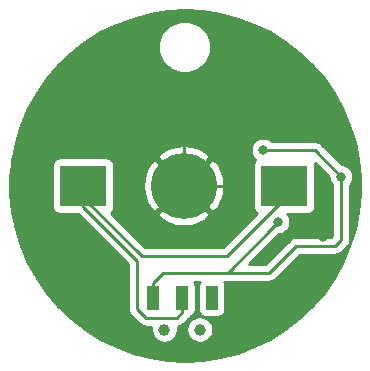
<source format=gbr>
G04 #@! TF.GenerationSoftware,KiCad,Pcbnew,(5.1.5)-3*
G04 #@! TF.CreationDate,2020-05-09T20:06:52-07:00*
G04 #@! TF.ProjectId,Rosie_SMD,526f7369-655f-4534-9d44-2e6b69636164,Version A2*
G04 #@! TF.SameCoordinates,Original*
G04 #@! TF.FileFunction,Copper,L2,Bot*
G04 #@! TF.FilePolarity,Positive*
%FSLAX46Y46*%
G04 Gerber Fmt 4.6, Leading zero omitted, Abs format (unit mm)*
G04 Created by KiCad (PCBNEW (5.1.5)-3) date 2020-05-09 20:06:52*
%MOMM*%
%LPD*%
G04 APERTURE LIST*
%ADD10R,4.000000X3.500001*%
%ADD11C,5.588000*%
%ADD12C,1.000000*%
%ADD13R,1.000000X2.000000*%
%ADD14C,0.800000*%
%ADD15C,0.250000*%
%ADD16C,0.254000*%
G04 APERTURE END LIST*
D10*
X109991201Y-99827201D03*
X127009201Y-99827201D03*
D11*
X118500201Y-99827201D03*
D12*
X116864000Y-112014000D03*
X119864000Y-112014000D03*
D13*
X118364000Y-109314000D03*
X120864000Y-109314000D03*
X115864000Y-109314000D03*
D14*
X122682000Y-90170000D03*
X123788010Y-97790000D03*
X124587000Y-110363000D03*
X126619000Y-110363000D03*
X130302000Y-104140000D03*
X125185405Y-96801275D03*
X126492000Y-102897000D03*
X131826000Y-99060000D03*
D15*
X118500201Y-94351799D02*
X118500201Y-99827201D01*
X122682000Y-90170000D02*
X118500201Y-94351799D01*
X123788010Y-98490704D02*
X123788010Y-97790000D01*
X118500201Y-99827201D02*
X122451513Y-99827201D01*
X122451513Y-99827201D02*
X123788010Y-98490704D01*
X127000000Y-99836402D02*
X127009201Y-99827201D01*
X109991201Y-100847201D02*
X114935000Y-105791000D01*
X109991201Y-99827201D02*
X109991201Y-100847201D01*
X114935000Y-105791000D02*
X122174000Y-105791000D01*
X122174000Y-105791000D02*
X127000000Y-100965000D01*
X127000000Y-100965000D02*
X127000000Y-99836402D01*
X115262499Y-110998000D02*
X117930000Y-110998000D01*
X109982000Y-99836402D02*
X109982000Y-101600000D01*
X114554000Y-106172000D02*
X114554000Y-110289501D01*
X109991201Y-99827201D02*
X109982000Y-99836402D01*
X109982000Y-101600000D02*
X114554000Y-106172000D01*
X118364000Y-110564000D02*
X118364000Y-109314000D01*
X117930000Y-110998000D02*
X118364000Y-110564000D01*
X114554000Y-110289501D02*
X115262499Y-110998000D01*
X115864000Y-108064000D02*
X116740000Y-107188000D01*
X115864000Y-109314000D02*
X115864000Y-108064000D01*
X116740000Y-107188000D02*
X121920000Y-107188000D01*
X126092001Y-103296999D02*
X126492000Y-102897000D01*
X122201000Y-107188000D02*
X126092001Y-103296999D01*
X121920000Y-107188000D02*
X122201000Y-107188000D01*
X128016000Y-104902000D02*
X131318000Y-104902000D01*
X125730000Y-107188000D02*
X128016000Y-104902000D01*
X131318000Y-104902000D02*
X131826000Y-104394000D01*
X125751090Y-96801275D02*
X125185405Y-96801275D01*
X121920000Y-107188000D02*
X125730000Y-107188000D01*
X131826000Y-104394000D02*
X131826000Y-99060000D01*
X129567275Y-96801275D02*
X125751090Y-96801275D01*
X131826000Y-99060000D02*
X129567275Y-96801275D01*
D16*
G36*
X120117677Y-85074468D02*
G01*
X121601966Y-85301853D01*
X123055635Y-85678234D01*
X124463768Y-86199749D01*
X125811916Y-86861047D01*
X127086244Y-87655342D01*
X128273677Y-88574483D01*
X129362029Y-89609039D01*
X130340133Y-90748394D01*
X131197952Y-91980856D01*
X131926684Y-93293779D01*
X132518850Y-94673690D01*
X132968375Y-96106430D01*
X133270646Y-97577297D01*
X133422561Y-99071198D01*
X133422561Y-100572802D01*
X133270646Y-102066703D01*
X132968375Y-103537570D01*
X132518850Y-104970310D01*
X131926684Y-106350221D01*
X131197952Y-107663144D01*
X130340133Y-108895606D01*
X129362029Y-110034961D01*
X128273677Y-111069517D01*
X127086244Y-111988658D01*
X125811916Y-112782953D01*
X124463768Y-113444251D01*
X123055635Y-113965766D01*
X121601966Y-114342147D01*
X120117677Y-114569532D01*
X118618000Y-114645587D01*
X117118323Y-114569532D01*
X115634034Y-114342147D01*
X114180365Y-113965766D01*
X112772232Y-113444251D01*
X111424084Y-112782953D01*
X110149756Y-111988658D01*
X108962323Y-111069517D01*
X107873971Y-110034961D01*
X106895867Y-108895606D01*
X106038048Y-107663144D01*
X105309316Y-106350221D01*
X104717150Y-104970310D01*
X104267625Y-103537570D01*
X103965354Y-102066703D01*
X103813439Y-100572802D01*
X103813439Y-99071198D01*
X103914518Y-98077201D01*
X107353129Y-98077201D01*
X107353129Y-101577201D01*
X107365389Y-101701683D01*
X107401699Y-101821381D01*
X107460664Y-101931695D01*
X107540016Y-102028386D01*
X107636707Y-102107738D01*
X107747021Y-102166703D01*
X107866719Y-102203013D01*
X107991201Y-102215273D01*
X109522472Y-102215273D01*
X113794000Y-106486803D01*
X113794001Y-110252169D01*
X113790324Y-110289501D01*
X113804998Y-110438486D01*
X113848454Y-110581747D01*
X113919026Y-110713777D01*
X113961216Y-110765185D01*
X114014000Y-110829502D01*
X114042998Y-110853300D01*
X114698700Y-111509002D01*
X114722498Y-111538001D01*
X114751496Y-111561799D01*
X114838222Y-111632974D01*
X114931688Y-111682933D01*
X114970252Y-111703546D01*
X115113513Y-111747003D01*
X115225166Y-111758000D01*
X115225176Y-111758000D01*
X115262499Y-111761676D01*
X115299822Y-111758000D01*
X115757685Y-111758000D01*
X115729000Y-111902212D01*
X115729000Y-112125788D01*
X115772617Y-112345067D01*
X115858176Y-112551624D01*
X115982388Y-112737520D01*
X116140480Y-112895612D01*
X116326376Y-113019824D01*
X116532933Y-113105383D01*
X116752212Y-113149000D01*
X116975788Y-113149000D01*
X117195067Y-113105383D01*
X117401624Y-113019824D01*
X117587520Y-112895612D01*
X117745612Y-112737520D01*
X117869824Y-112551624D01*
X117955383Y-112345067D01*
X117999000Y-112125788D01*
X117999000Y-111902212D01*
X117970257Y-111757712D01*
X118078986Y-111747003D01*
X118222247Y-111703546D01*
X118354276Y-111632974D01*
X118470001Y-111538001D01*
X118493804Y-111508997D01*
X118874998Y-111127803D01*
X118904001Y-111104001D01*
X118998974Y-110988276D01*
X119031923Y-110926634D01*
X119108180Y-110903502D01*
X119218494Y-110844537D01*
X119315185Y-110765185D01*
X119394537Y-110668494D01*
X119453502Y-110558180D01*
X119489812Y-110438482D01*
X119502072Y-110314000D01*
X119502072Y-108314000D01*
X119489812Y-108189518D01*
X119453502Y-108069820D01*
X119394537Y-107959506D01*
X119385094Y-107948000D01*
X119842906Y-107948000D01*
X119833463Y-107959506D01*
X119774498Y-108069820D01*
X119738188Y-108189518D01*
X119725928Y-108314000D01*
X119725928Y-110314000D01*
X119738188Y-110438482D01*
X119774498Y-110558180D01*
X119833463Y-110668494D01*
X119912815Y-110765185D01*
X120009506Y-110844537D01*
X120119820Y-110903502D01*
X120159534Y-110915549D01*
X119975788Y-110879000D01*
X119752212Y-110879000D01*
X119532933Y-110922617D01*
X119326376Y-111008176D01*
X119140480Y-111132388D01*
X118982388Y-111290480D01*
X118858176Y-111476376D01*
X118772617Y-111682933D01*
X118729000Y-111902212D01*
X118729000Y-112125788D01*
X118772617Y-112345067D01*
X118858176Y-112551624D01*
X118982388Y-112737520D01*
X119140480Y-112895612D01*
X119326376Y-113019824D01*
X119532933Y-113105383D01*
X119752212Y-113149000D01*
X119975788Y-113149000D01*
X120195067Y-113105383D01*
X120401624Y-113019824D01*
X120587520Y-112895612D01*
X120745612Y-112737520D01*
X120869824Y-112551624D01*
X120955383Y-112345067D01*
X120999000Y-112125788D01*
X120999000Y-111902212D01*
X120955383Y-111682933D01*
X120869824Y-111476376D01*
X120745612Y-111290480D01*
X120587520Y-111132388D01*
X120401624Y-111008176D01*
X120228539Y-110936481D01*
X120239518Y-110939812D01*
X120364000Y-110952072D01*
X121364000Y-110952072D01*
X121488482Y-110939812D01*
X121608180Y-110903502D01*
X121718494Y-110844537D01*
X121815185Y-110765185D01*
X121894537Y-110668494D01*
X121953502Y-110558180D01*
X121989812Y-110438482D01*
X122002072Y-110314000D01*
X122002072Y-108314000D01*
X121989812Y-108189518D01*
X121953502Y-108069820D01*
X121894537Y-107959506D01*
X121885094Y-107948000D01*
X122163678Y-107948000D01*
X122201000Y-107951676D01*
X122238322Y-107948000D01*
X125692678Y-107948000D01*
X125730000Y-107951676D01*
X125767322Y-107948000D01*
X125767333Y-107948000D01*
X125878986Y-107937003D01*
X126022247Y-107893546D01*
X126154276Y-107822974D01*
X126270001Y-107728001D01*
X126293804Y-107698997D01*
X128330802Y-105662000D01*
X131280678Y-105662000D01*
X131318000Y-105665676D01*
X131355322Y-105662000D01*
X131355333Y-105662000D01*
X131466986Y-105651003D01*
X131610247Y-105607546D01*
X131742276Y-105536974D01*
X131858001Y-105442001D01*
X131881803Y-105412998D01*
X132337003Y-104957798D01*
X132366001Y-104934001D01*
X132460974Y-104818276D01*
X132531546Y-104686247D01*
X132575003Y-104542986D01*
X132586000Y-104431333D01*
X132586000Y-104431324D01*
X132589676Y-104394001D01*
X132586000Y-104356678D01*
X132586000Y-99763711D01*
X132629937Y-99719774D01*
X132743205Y-99550256D01*
X132821226Y-99361898D01*
X132861000Y-99161939D01*
X132861000Y-98958061D01*
X132821226Y-98758102D01*
X132743205Y-98569744D01*
X132629937Y-98400226D01*
X132485774Y-98256063D01*
X132316256Y-98142795D01*
X132127898Y-98064774D01*
X131927939Y-98025000D01*
X131865802Y-98025000D01*
X130131079Y-96290278D01*
X130107276Y-96261274D01*
X129991551Y-96166301D01*
X129859522Y-96095729D01*
X129716261Y-96052272D01*
X129604608Y-96041275D01*
X129604597Y-96041275D01*
X129567275Y-96037599D01*
X129529953Y-96041275D01*
X125889116Y-96041275D01*
X125845179Y-95997338D01*
X125675661Y-95884070D01*
X125487303Y-95806049D01*
X125287344Y-95766275D01*
X125083466Y-95766275D01*
X124883507Y-95806049D01*
X124695149Y-95884070D01*
X124525631Y-95997338D01*
X124381468Y-96141501D01*
X124268200Y-96311019D01*
X124190179Y-96499377D01*
X124150405Y-96699336D01*
X124150405Y-96903214D01*
X124190179Y-97103173D01*
X124268200Y-97291531D01*
X124381468Y-97461049D01*
X124525631Y-97605212D01*
X124557573Y-97626555D01*
X124478664Y-97722707D01*
X124419699Y-97833021D01*
X124383389Y-97952719D01*
X124371129Y-98077201D01*
X124371129Y-101577201D01*
X124383389Y-101701683D01*
X124419699Y-101821381D01*
X124478664Y-101931695D01*
X124558016Y-102028386D01*
X124654707Y-102107738D01*
X124737960Y-102152238D01*
X121859199Y-105031000D01*
X115249802Y-105031000D01*
X112458218Y-102239416D01*
X116267591Y-102239416D01*
X116579054Y-102687497D01*
X117173985Y-103007335D01*
X117819882Y-103204962D01*
X118491922Y-103272782D01*
X119164281Y-103208192D01*
X119811120Y-103013671D01*
X120407580Y-102696696D01*
X120421348Y-102687497D01*
X120732811Y-102239416D01*
X118500201Y-100006806D01*
X116267591Y-102239416D01*
X112458218Y-102239416D01*
X112333212Y-102114410D01*
X112345695Y-102107738D01*
X112442386Y-102028386D01*
X112521738Y-101931695D01*
X112580703Y-101821381D01*
X112617013Y-101701683D01*
X112629273Y-101577201D01*
X112629273Y-99818922D01*
X115054620Y-99818922D01*
X115119210Y-100491281D01*
X115313731Y-101138120D01*
X115630706Y-101734580D01*
X115639905Y-101748348D01*
X116087986Y-102059811D01*
X118320596Y-99827201D01*
X118679806Y-99827201D01*
X120912416Y-102059811D01*
X121360497Y-101748348D01*
X121680335Y-101153417D01*
X121877962Y-100507520D01*
X121945782Y-99835480D01*
X121881192Y-99163121D01*
X121686671Y-98516282D01*
X121369696Y-97919822D01*
X121360497Y-97906054D01*
X120912416Y-97594591D01*
X118679806Y-99827201D01*
X118320596Y-99827201D01*
X116087986Y-97594591D01*
X115639905Y-97906054D01*
X115320067Y-98500985D01*
X115122440Y-99146882D01*
X115054620Y-99818922D01*
X112629273Y-99818922D01*
X112629273Y-98077201D01*
X112617013Y-97952719D01*
X112580703Y-97833021D01*
X112521738Y-97722707D01*
X112442386Y-97626016D01*
X112345695Y-97546664D01*
X112235381Y-97487699D01*
X112115683Y-97451389D01*
X111991201Y-97439129D01*
X107991201Y-97439129D01*
X107866719Y-97451389D01*
X107747021Y-97487699D01*
X107636707Y-97546664D01*
X107540016Y-97626016D01*
X107460664Y-97722707D01*
X107401699Y-97833021D01*
X107365389Y-97952719D01*
X107353129Y-98077201D01*
X103914518Y-98077201D01*
X103965354Y-97577297D01*
X103998709Y-97414986D01*
X116267591Y-97414986D01*
X118500201Y-99647596D01*
X120732811Y-97414986D01*
X120421348Y-96966905D01*
X119826417Y-96647067D01*
X119180520Y-96449440D01*
X118508480Y-96381620D01*
X117836121Y-96446210D01*
X117189282Y-96640731D01*
X116592822Y-96957706D01*
X116579054Y-96966905D01*
X116267591Y-97414986D01*
X103998709Y-97414986D01*
X104267625Y-96106430D01*
X104717150Y-94673690D01*
X105309316Y-93293779D01*
X106038048Y-91980856D01*
X106895867Y-90748394D01*
X107873971Y-89609039D01*
X108962323Y-88574483D01*
X109876223Y-87867072D01*
X116332200Y-87867072D01*
X116332200Y-88307328D01*
X116418090Y-88739125D01*
X116586569Y-89145869D01*
X116831162Y-89511929D01*
X117142471Y-89823238D01*
X117508531Y-90067831D01*
X117915275Y-90236310D01*
X118347072Y-90322200D01*
X118787328Y-90322200D01*
X119219125Y-90236310D01*
X119625869Y-90067831D01*
X119991929Y-89823238D01*
X120303238Y-89511929D01*
X120547831Y-89145869D01*
X120716310Y-88739125D01*
X120802200Y-88307328D01*
X120802200Y-87867072D01*
X120716310Y-87435275D01*
X120547831Y-87028531D01*
X120303238Y-86662471D01*
X119991929Y-86351162D01*
X119625869Y-86106569D01*
X119219125Y-85938090D01*
X118787328Y-85852200D01*
X118347072Y-85852200D01*
X117915275Y-85938090D01*
X117508531Y-86106569D01*
X117142471Y-86351162D01*
X116831162Y-86662471D01*
X116586569Y-87028531D01*
X116418090Y-87435275D01*
X116332200Y-87867072D01*
X109876223Y-87867072D01*
X110149756Y-87655342D01*
X111424084Y-86861047D01*
X112772232Y-86199749D01*
X114180365Y-85678234D01*
X115634034Y-85301853D01*
X117118323Y-85074468D01*
X118618000Y-84998413D01*
X120117677Y-85074468D01*
G37*
X120117677Y-85074468D02*
X121601966Y-85301853D01*
X123055635Y-85678234D01*
X124463768Y-86199749D01*
X125811916Y-86861047D01*
X127086244Y-87655342D01*
X128273677Y-88574483D01*
X129362029Y-89609039D01*
X130340133Y-90748394D01*
X131197952Y-91980856D01*
X131926684Y-93293779D01*
X132518850Y-94673690D01*
X132968375Y-96106430D01*
X133270646Y-97577297D01*
X133422561Y-99071198D01*
X133422561Y-100572802D01*
X133270646Y-102066703D01*
X132968375Y-103537570D01*
X132518850Y-104970310D01*
X131926684Y-106350221D01*
X131197952Y-107663144D01*
X130340133Y-108895606D01*
X129362029Y-110034961D01*
X128273677Y-111069517D01*
X127086244Y-111988658D01*
X125811916Y-112782953D01*
X124463768Y-113444251D01*
X123055635Y-113965766D01*
X121601966Y-114342147D01*
X120117677Y-114569532D01*
X118618000Y-114645587D01*
X117118323Y-114569532D01*
X115634034Y-114342147D01*
X114180365Y-113965766D01*
X112772232Y-113444251D01*
X111424084Y-112782953D01*
X110149756Y-111988658D01*
X108962323Y-111069517D01*
X107873971Y-110034961D01*
X106895867Y-108895606D01*
X106038048Y-107663144D01*
X105309316Y-106350221D01*
X104717150Y-104970310D01*
X104267625Y-103537570D01*
X103965354Y-102066703D01*
X103813439Y-100572802D01*
X103813439Y-99071198D01*
X103914518Y-98077201D01*
X107353129Y-98077201D01*
X107353129Y-101577201D01*
X107365389Y-101701683D01*
X107401699Y-101821381D01*
X107460664Y-101931695D01*
X107540016Y-102028386D01*
X107636707Y-102107738D01*
X107747021Y-102166703D01*
X107866719Y-102203013D01*
X107991201Y-102215273D01*
X109522472Y-102215273D01*
X113794000Y-106486803D01*
X113794001Y-110252169D01*
X113790324Y-110289501D01*
X113804998Y-110438486D01*
X113848454Y-110581747D01*
X113919026Y-110713777D01*
X113961216Y-110765185D01*
X114014000Y-110829502D01*
X114042998Y-110853300D01*
X114698700Y-111509002D01*
X114722498Y-111538001D01*
X114751496Y-111561799D01*
X114838222Y-111632974D01*
X114931688Y-111682933D01*
X114970252Y-111703546D01*
X115113513Y-111747003D01*
X115225166Y-111758000D01*
X115225176Y-111758000D01*
X115262499Y-111761676D01*
X115299822Y-111758000D01*
X115757685Y-111758000D01*
X115729000Y-111902212D01*
X115729000Y-112125788D01*
X115772617Y-112345067D01*
X115858176Y-112551624D01*
X115982388Y-112737520D01*
X116140480Y-112895612D01*
X116326376Y-113019824D01*
X116532933Y-113105383D01*
X116752212Y-113149000D01*
X116975788Y-113149000D01*
X117195067Y-113105383D01*
X117401624Y-113019824D01*
X117587520Y-112895612D01*
X117745612Y-112737520D01*
X117869824Y-112551624D01*
X117955383Y-112345067D01*
X117999000Y-112125788D01*
X117999000Y-111902212D01*
X117970257Y-111757712D01*
X118078986Y-111747003D01*
X118222247Y-111703546D01*
X118354276Y-111632974D01*
X118470001Y-111538001D01*
X118493804Y-111508997D01*
X118874998Y-111127803D01*
X118904001Y-111104001D01*
X118998974Y-110988276D01*
X119031923Y-110926634D01*
X119108180Y-110903502D01*
X119218494Y-110844537D01*
X119315185Y-110765185D01*
X119394537Y-110668494D01*
X119453502Y-110558180D01*
X119489812Y-110438482D01*
X119502072Y-110314000D01*
X119502072Y-108314000D01*
X119489812Y-108189518D01*
X119453502Y-108069820D01*
X119394537Y-107959506D01*
X119385094Y-107948000D01*
X119842906Y-107948000D01*
X119833463Y-107959506D01*
X119774498Y-108069820D01*
X119738188Y-108189518D01*
X119725928Y-108314000D01*
X119725928Y-110314000D01*
X119738188Y-110438482D01*
X119774498Y-110558180D01*
X119833463Y-110668494D01*
X119912815Y-110765185D01*
X120009506Y-110844537D01*
X120119820Y-110903502D01*
X120159534Y-110915549D01*
X119975788Y-110879000D01*
X119752212Y-110879000D01*
X119532933Y-110922617D01*
X119326376Y-111008176D01*
X119140480Y-111132388D01*
X118982388Y-111290480D01*
X118858176Y-111476376D01*
X118772617Y-111682933D01*
X118729000Y-111902212D01*
X118729000Y-112125788D01*
X118772617Y-112345067D01*
X118858176Y-112551624D01*
X118982388Y-112737520D01*
X119140480Y-112895612D01*
X119326376Y-113019824D01*
X119532933Y-113105383D01*
X119752212Y-113149000D01*
X119975788Y-113149000D01*
X120195067Y-113105383D01*
X120401624Y-113019824D01*
X120587520Y-112895612D01*
X120745612Y-112737520D01*
X120869824Y-112551624D01*
X120955383Y-112345067D01*
X120999000Y-112125788D01*
X120999000Y-111902212D01*
X120955383Y-111682933D01*
X120869824Y-111476376D01*
X120745612Y-111290480D01*
X120587520Y-111132388D01*
X120401624Y-111008176D01*
X120228539Y-110936481D01*
X120239518Y-110939812D01*
X120364000Y-110952072D01*
X121364000Y-110952072D01*
X121488482Y-110939812D01*
X121608180Y-110903502D01*
X121718494Y-110844537D01*
X121815185Y-110765185D01*
X121894537Y-110668494D01*
X121953502Y-110558180D01*
X121989812Y-110438482D01*
X122002072Y-110314000D01*
X122002072Y-108314000D01*
X121989812Y-108189518D01*
X121953502Y-108069820D01*
X121894537Y-107959506D01*
X121885094Y-107948000D01*
X122163678Y-107948000D01*
X122201000Y-107951676D01*
X122238322Y-107948000D01*
X125692678Y-107948000D01*
X125730000Y-107951676D01*
X125767322Y-107948000D01*
X125767333Y-107948000D01*
X125878986Y-107937003D01*
X126022247Y-107893546D01*
X126154276Y-107822974D01*
X126270001Y-107728001D01*
X126293804Y-107698997D01*
X128330802Y-105662000D01*
X131280678Y-105662000D01*
X131318000Y-105665676D01*
X131355322Y-105662000D01*
X131355333Y-105662000D01*
X131466986Y-105651003D01*
X131610247Y-105607546D01*
X131742276Y-105536974D01*
X131858001Y-105442001D01*
X131881803Y-105412998D01*
X132337003Y-104957798D01*
X132366001Y-104934001D01*
X132460974Y-104818276D01*
X132531546Y-104686247D01*
X132575003Y-104542986D01*
X132586000Y-104431333D01*
X132586000Y-104431324D01*
X132589676Y-104394001D01*
X132586000Y-104356678D01*
X132586000Y-99763711D01*
X132629937Y-99719774D01*
X132743205Y-99550256D01*
X132821226Y-99361898D01*
X132861000Y-99161939D01*
X132861000Y-98958061D01*
X132821226Y-98758102D01*
X132743205Y-98569744D01*
X132629937Y-98400226D01*
X132485774Y-98256063D01*
X132316256Y-98142795D01*
X132127898Y-98064774D01*
X131927939Y-98025000D01*
X131865802Y-98025000D01*
X130131079Y-96290278D01*
X130107276Y-96261274D01*
X129991551Y-96166301D01*
X129859522Y-96095729D01*
X129716261Y-96052272D01*
X129604608Y-96041275D01*
X129604597Y-96041275D01*
X129567275Y-96037599D01*
X129529953Y-96041275D01*
X125889116Y-96041275D01*
X125845179Y-95997338D01*
X125675661Y-95884070D01*
X125487303Y-95806049D01*
X125287344Y-95766275D01*
X125083466Y-95766275D01*
X124883507Y-95806049D01*
X124695149Y-95884070D01*
X124525631Y-95997338D01*
X124381468Y-96141501D01*
X124268200Y-96311019D01*
X124190179Y-96499377D01*
X124150405Y-96699336D01*
X124150405Y-96903214D01*
X124190179Y-97103173D01*
X124268200Y-97291531D01*
X124381468Y-97461049D01*
X124525631Y-97605212D01*
X124557573Y-97626555D01*
X124478664Y-97722707D01*
X124419699Y-97833021D01*
X124383389Y-97952719D01*
X124371129Y-98077201D01*
X124371129Y-101577201D01*
X124383389Y-101701683D01*
X124419699Y-101821381D01*
X124478664Y-101931695D01*
X124558016Y-102028386D01*
X124654707Y-102107738D01*
X124737960Y-102152238D01*
X121859199Y-105031000D01*
X115249802Y-105031000D01*
X112458218Y-102239416D01*
X116267591Y-102239416D01*
X116579054Y-102687497D01*
X117173985Y-103007335D01*
X117819882Y-103204962D01*
X118491922Y-103272782D01*
X119164281Y-103208192D01*
X119811120Y-103013671D01*
X120407580Y-102696696D01*
X120421348Y-102687497D01*
X120732811Y-102239416D01*
X118500201Y-100006806D01*
X116267591Y-102239416D01*
X112458218Y-102239416D01*
X112333212Y-102114410D01*
X112345695Y-102107738D01*
X112442386Y-102028386D01*
X112521738Y-101931695D01*
X112580703Y-101821381D01*
X112617013Y-101701683D01*
X112629273Y-101577201D01*
X112629273Y-99818922D01*
X115054620Y-99818922D01*
X115119210Y-100491281D01*
X115313731Y-101138120D01*
X115630706Y-101734580D01*
X115639905Y-101748348D01*
X116087986Y-102059811D01*
X118320596Y-99827201D01*
X118679806Y-99827201D01*
X120912416Y-102059811D01*
X121360497Y-101748348D01*
X121680335Y-101153417D01*
X121877962Y-100507520D01*
X121945782Y-99835480D01*
X121881192Y-99163121D01*
X121686671Y-98516282D01*
X121369696Y-97919822D01*
X121360497Y-97906054D01*
X120912416Y-97594591D01*
X118679806Y-99827201D01*
X118320596Y-99827201D01*
X116087986Y-97594591D01*
X115639905Y-97906054D01*
X115320067Y-98500985D01*
X115122440Y-99146882D01*
X115054620Y-99818922D01*
X112629273Y-99818922D01*
X112629273Y-98077201D01*
X112617013Y-97952719D01*
X112580703Y-97833021D01*
X112521738Y-97722707D01*
X112442386Y-97626016D01*
X112345695Y-97546664D01*
X112235381Y-97487699D01*
X112115683Y-97451389D01*
X111991201Y-97439129D01*
X107991201Y-97439129D01*
X107866719Y-97451389D01*
X107747021Y-97487699D01*
X107636707Y-97546664D01*
X107540016Y-97626016D01*
X107460664Y-97722707D01*
X107401699Y-97833021D01*
X107365389Y-97952719D01*
X107353129Y-98077201D01*
X103914518Y-98077201D01*
X103965354Y-97577297D01*
X103998709Y-97414986D01*
X116267591Y-97414986D01*
X118500201Y-99647596D01*
X120732811Y-97414986D01*
X120421348Y-96966905D01*
X119826417Y-96647067D01*
X119180520Y-96449440D01*
X118508480Y-96381620D01*
X117836121Y-96446210D01*
X117189282Y-96640731D01*
X116592822Y-96957706D01*
X116579054Y-96966905D01*
X116267591Y-97414986D01*
X103998709Y-97414986D01*
X104267625Y-96106430D01*
X104717150Y-94673690D01*
X105309316Y-93293779D01*
X106038048Y-91980856D01*
X106895867Y-90748394D01*
X107873971Y-89609039D01*
X108962323Y-88574483D01*
X109876223Y-87867072D01*
X116332200Y-87867072D01*
X116332200Y-88307328D01*
X116418090Y-88739125D01*
X116586569Y-89145869D01*
X116831162Y-89511929D01*
X117142471Y-89823238D01*
X117508531Y-90067831D01*
X117915275Y-90236310D01*
X118347072Y-90322200D01*
X118787328Y-90322200D01*
X119219125Y-90236310D01*
X119625869Y-90067831D01*
X119991929Y-89823238D01*
X120303238Y-89511929D01*
X120547831Y-89145869D01*
X120716310Y-88739125D01*
X120802200Y-88307328D01*
X120802200Y-87867072D01*
X120716310Y-87435275D01*
X120547831Y-87028531D01*
X120303238Y-86662471D01*
X119991929Y-86351162D01*
X119625869Y-86106569D01*
X119219125Y-85938090D01*
X118787328Y-85852200D01*
X118347072Y-85852200D01*
X117915275Y-85938090D01*
X117508531Y-86106569D01*
X117142471Y-86351162D01*
X116831162Y-86662471D01*
X116586569Y-87028531D01*
X116418090Y-87435275D01*
X116332200Y-87867072D01*
X109876223Y-87867072D01*
X110149756Y-87655342D01*
X111424084Y-86861047D01*
X112772232Y-86199749D01*
X114180365Y-85678234D01*
X115634034Y-85301853D01*
X117118323Y-85074468D01*
X118618000Y-84998413D01*
X120117677Y-85074468D01*
G36*
X130791000Y-99099802D02*
G01*
X130791000Y-99161939D01*
X130830774Y-99361898D01*
X130908795Y-99550256D01*
X131022063Y-99719774D01*
X131066001Y-99763712D01*
X131066000Y-104079198D01*
X131003199Y-104142000D01*
X128053322Y-104142000D01*
X128015999Y-104138324D01*
X127978676Y-104142000D01*
X127978667Y-104142000D01*
X127867014Y-104152997D01*
X127723753Y-104196454D01*
X127591724Y-104267026D01*
X127475999Y-104361999D01*
X127452201Y-104390997D01*
X125415199Y-106428000D01*
X124035802Y-106428000D01*
X126531803Y-103932000D01*
X126593939Y-103932000D01*
X126793898Y-103892226D01*
X126982256Y-103814205D01*
X127151774Y-103700937D01*
X127295937Y-103556774D01*
X127409205Y-103387256D01*
X127487226Y-103198898D01*
X127527000Y-102998939D01*
X127527000Y-102795061D01*
X127487226Y-102595102D01*
X127409205Y-102406744D01*
X127295937Y-102237226D01*
X127273984Y-102215273D01*
X129009201Y-102215273D01*
X129133683Y-102203013D01*
X129253381Y-102166703D01*
X129363695Y-102107738D01*
X129460386Y-102028386D01*
X129539738Y-101931695D01*
X129598703Y-101821381D01*
X129635013Y-101701683D01*
X129647273Y-101577201D01*
X129647273Y-98077201D01*
X129635013Y-97952719D01*
X129631136Y-97939937D01*
X130791000Y-99099802D01*
G37*
X130791000Y-99099802D02*
X130791000Y-99161939D01*
X130830774Y-99361898D01*
X130908795Y-99550256D01*
X131022063Y-99719774D01*
X131066001Y-99763712D01*
X131066000Y-104079198D01*
X131003199Y-104142000D01*
X128053322Y-104142000D01*
X128015999Y-104138324D01*
X127978676Y-104142000D01*
X127978667Y-104142000D01*
X127867014Y-104152997D01*
X127723753Y-104196454D01*
X127591724Y-104267026D01*
X127475999Y-104361999D01*
X127452201Y-104390997D01*
X125415199Y-106428000D01*
X124035802Y-106428000D01*
X126531803Y-103932000D01*
X126593939Y-103932000D01*
X126793898Y-103892226D01*
X126982256Y-103814205D01*
X127151774Y-103700937D01*
X127295937Y-103556774D01*
X127409205Y-103387256D01*
X127487226Y-103198898D01*
X127527000Y-102998939D01*
X127527000Y-102795061D01*
X127487226Y-102595102D01*
X127409205Y-102406744D01*
X127295937Y-102237226D01*
X127273984Y-102215273D01*
X129009201Y-102215273D01*
X129133683Y-102203013D01*
X129253381Y-102166703D01*
X129363695Y-102107738D01*
X129460386Y-102028386D01*
X129539738Y-101931695D01*
X129598703Y-101821381D01*
X129635013Y-101701683D01*
X129647273Y-101577201D01*
X129647273Y-98077201D01*
X129635013Y-97952719D01*
X129631136Y-97939937D01*
X130791000Y-99099802D01*
M02*

</source>
